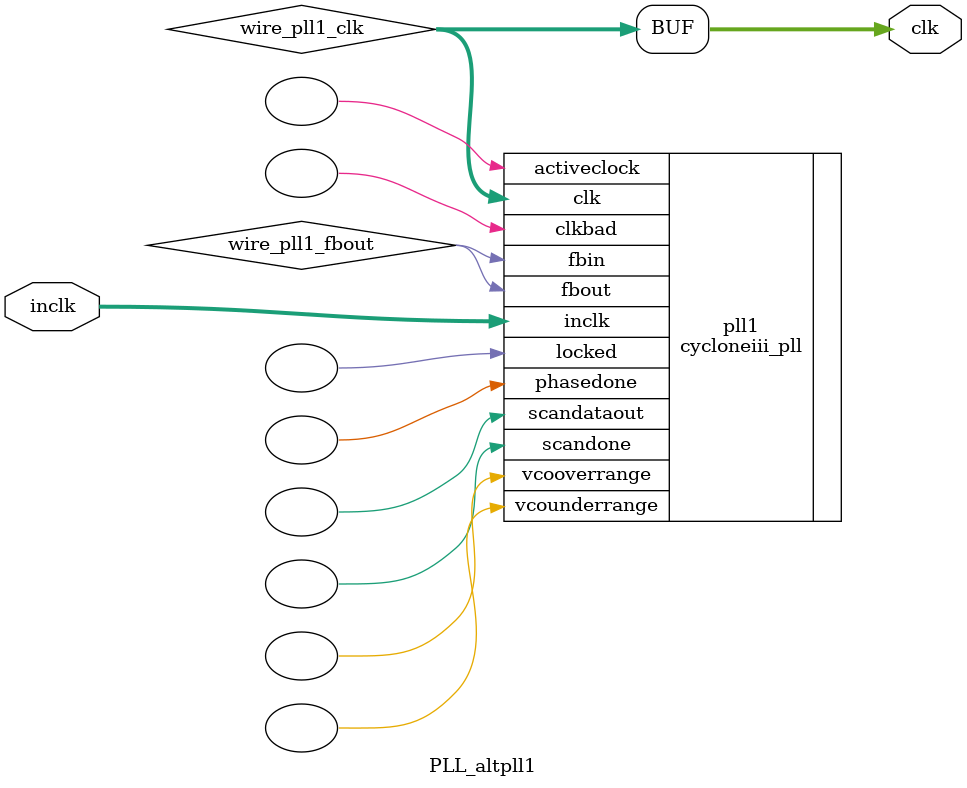
<source format=v>






//synthesis_resources = cycloneiii_pll 1 
//synopsys translate_off
`timescale 1 ps / 1 ps
//synopsys translate_on
module  PLL_altpll1
	( 
	clk,
	inclk) /* synthesis synthesis_clearbox=1 */;
	output   [4:0]  clk;
	input   [1:0]  inclk;
`ifndef ALTERA_RESERVED_QIS
// synopsys translate_off
`endif
	tri0   [1:0]  inclk;
`ifndef ALTERA_RESERVED_QIS
// synopsys translate_on
`endif

	wire  [4:0]   wire_pll1_clk;
	wire  wire_pll1_fbout;

	cycloneiii_pll   pll1
	( 
	.activeclock(),
	.clk(wire_pll1_clk),
	.clkbad(),
	.fbin(wire_pll1_fbout),
	.fbout(wire_pll1_fbout),
	.inclk(inclk),
	.locked(),
	.phasedone(),
	.scandataout(),
	.scandone(),
	.vcooverrange(),
	.vcounderrange()
	`ifndef FORMAL_VERIFICATION
	// synopsys translate_off
	`endif
	,
	.areset(1'b0),
	.clkswitch(1'b0),
	.configupdate(1'b0),
	.pfdena(1'b1),
	.phasecounterselect({3{1'b0}}),
	.phasestep(1'b0),
	.phaseupdown(1'b0),
	.scanclk(1'b0),
	.scanclkena(1'b1),
	.scandata(1'b0)
	`ifndef FORMAL_VERIFICATION
	// synopsys translate_on
	`endif
	);
	defparam
		pll1.bandwidth_type = "auto",
		pll1.clk0_divide_by = 20,
		pll1.clk0_duty_cycle = 50,
		pll1.clk0_multiply_by = 1,
		pll1.clk0_phase_shift = "0",
		pll1.compensate_clock = "clk0",
		pll1.inclk0_input_frequency = 50000,
		pll1.operation_mode = "normal",
		pll1.pll_type = "auto",
		pll1.lpm_type = "cycloneiii_pll";
	assign
		clk = {wire_pll1_clk[4:0]};
endmodule //PLL_altpll1
//VALID FILE

</source>
